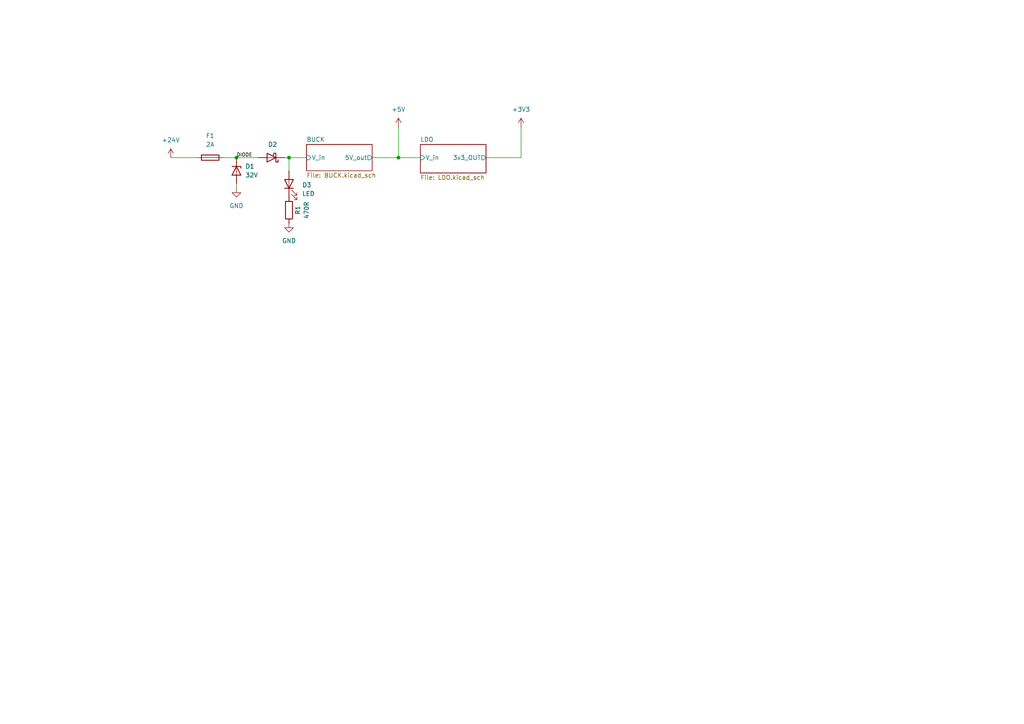
<source format=kicad_sch>
(kicad_sch (version 20211123) (generator eeschema)
  (paper "A4")
  (lib_symbols
    (symbol "Device:D_Schottky" (pin_numbers hide) (pin_names (offset 1.016) hide)
      (property "Reference" "D" (at 0 2.54 0))
      (property "Value" "D_Schottky" (at 0 -2.54 0))
      (symbol "D_Schottky_0_1"
        (polyline (pts (xy 1.27 0) (xy -1.27 0)))
        (polyline (pts (xy 1.27 1.27) (xy 1.27 -1.27) (xy -1.27 0) (xy 1.27 1.27)) (stroke (width 0.254)))
        (polyline (pts (xy -1.905 0.635) (xy -1.905 1.27) (xy -1.27 1.27) (xy -1.27 -1.27) (xy -0.635 -1.27) (xy -0.635 -0.635)) (stroke (width 0.254)))
      )
      (symbol "D_Schottky_1_1"
        (pin passive line (at -3.81 0 0) (length 2.54) (name "K") (number "1"))
        (pin passive line (at 3.81 0 180) (length 2.54) (name "A") (number "2"))
      )
    )
    (symbol "Device:D_Zener" (pin_numbers hide) (pin_names (offset 1.016) hide)
      (property "Reference" "D" (at 0 2.54 0))
      (property "Value" "D_Zener" (at 0 -2.54 0))
      (symbol "D_Zener_0_1"
        (polyline (pts (xy 1.27 0) (xy -1.27 0)))
        (polyline (pts (xy -1.27 -1.27) (xy -1.27 1.27) (xy -0.762 1.27)) (stroke (width 0.254)))
        (polyline (pts (xy 1.27 -1.27) (xy 1.27 1.27) (xy -1.27 0) (xy 1.27 -1.27)) (stroke (width 0.254)))
      )
      (symbol "D_Zener_1_1"
        (pin passive line (at -3.81 0 0) (length 2.54) (name "K") (number "1"))
        (pin passive line (at 3.81 0 180) (length 2.54) (name "A") (number "2"))
      )
    )
    (symbol "Device:Fuse" (pin_numbers hide) (pin_names (offset 0))
      (property "Reference" "F" (at 2.032 0 90))
      (property "Value" "Fuse" (at -1.905 0 90))
      (symbol "Fuse_0_1"
        (rectangle (start -0.762 -2.54) (end 0.762 2.54) (stroke (width 0.254)))
        (polyline (pts (xy 0 2.54) (xy 0 -2.54)))
      )
      (symbol "Fuse_1_1"
        (pin passive line (at 0 3.81 270) (length 1.27) (name "~") (number "1"))
        (pin passive line (at 0 -3.81 90) (length 1.27) (name "~") (number "2"))
      )
    )
    (symbol "Device:LED" (pin_numbers hide) (pin_names (offset 1.016) hide)
      (property "Reference" "D" (at 0 2.54 0))
      (property "Value" "LED" (at 0 -2.54 0))
      (symbol "LED_0_1"
        (polyline (pts (xy -1.27 -1.27) (xy -1.27 1.27)) (stroke (width 0.254)))
        (polyline (pts (xy -1.27 0) (xy 1.27 0)))
        (polyline (pts (xy 1.27 -1.27) (xy 1.27 1.27) (xy -1.27 0) (xy 1.27 -1.27)) (stroke (width 0.254)))
        (polyline (pts (xy -3.048 -0.762) (xy -4.572 -2.286) (xy -3.81 -2.286) (xy -4.572 -2.286) (xy -4.572 -1.524)))
        (polyline (pts (xy -1.778 -0.762) (xy -3.302 -2.286) (xy -2.54 -2.286) (xy -3.302 -2.286) (xy -3.302 -1.524)))
      )
      (symbol "LED_1_1"
        (pin passive line (at -3.81 0 0) (length 2.54) (name "K") (number "1"))
        (pin passive line (at 3.81 0 180) (length 2.54) (name "A") (number "2"))
      )
    )
    (symbol "Device:R" (pin_numbers hide) (pin_names (offset 0))
      (property "Reference" "R" (at 2.032 0 90))
      (property "Value" "R" (at 0 0 90))
      (symbol "R_0_1"
        (rectangle (start -1.016 -2.54) (end 1.016 2.54) (stroke (width 0.254)))
      )
      (symbol "R_1_1"
        (pin passive line (at 0 3.81 270) (length 1.27) (name "~") (number "1"))
        (pin passive line (at 0 -3.81 90) (length 1.27) (name "~") (number "2"))
      )
    )
    (symbol "power:+24V" (power) (pin_names (offset 0))
      (property "Value" "+24V" (at 0 3.556 0))
      (symbol "+24V_0_1"
        (polyline (pts (xy -0.762 1.27) (xy 0 2.54)))
        (polyline (pts (xy 0 0) (xy 0 2.54)))
        (polyline (pts (xy 0 2.54) (xy 0.762 1.27)))
      )
      (symbol "+24V_1_1"
        (pin power_in line (at 0 0 90) (length 0) hide (name "+24V") (number "1"))
      )
    )
    (symbol "power:+3V3" (power) (pin_names (offset 0))
      (property "Value" "+3V3" (at 0 3.556 0))
      (symbol "+3V3_0_1"
        (polyline (pts (xy -0.762 1.27) (xy 0 2.54)))
        (polyline (pts (xy 0 0) (xy 0 2.54)))
        (polyline (pts (xy 0 2.54) (xy 0.762 1.27)))
      )
      (symbol "+3V3_1_1"
        (pin power_in line (at 0 0 90) (length 0) hide (name "+3V3") (number "1"))
      )
    )
    (symbol "power:+5V" (power) (pin_names (offset 0))
      (property "Value" "+5V" (at 0 3.556 0))
      (symbol "+5V_0_1"
        (polyline (pts (xy -0.762 1.27) (xy 0 2.54)))
        (polyline (pts (xy 0 0) (xy 0 2.54)))
        (polyline (pts (xy 0 2.54) (xy 0.762 1.27)))
      )
      (symbol "+5V_1_1"
        (pin power_in line (at 0 0 90) (length 0) hide (name "+5V") (number "1"))
      )
    )
    (symbol "power:GND" (power) (pin_names (offset 0))
      (property "Value" "GND" (at 0 -3.81 0))
      (symbol "GND_0_1"
        (polyline (pts (xy 0 0) (xy 0 -1.27) (xy 1.27 -1.27) (xy 0 -2.54) (xy -1.27 -1.27) (xy 0 -1.27)))
      )
      (symbol "GND_1_1"
        (pin power_in line (at 0 0 270) (length 0) hide (name "GND") (number "1"))
      )
    )
  )
  (junction (at 115.57 45.72))
  (junction (at 83.82 45.72))
  (junction (at 68.58 45.72))
  (wire (pts (xy 82.55 45.72) (xy 83.82 45.72)))
  (wire (pts (xy 49.53 45.72) (xy 57.15 45.72)))
  (wire (pts (xy 107.95 45.72) (xy 115.57 45.72)))
  (wire (pts (xy 115.57 36.83) (xy 115.57 45.72)))
  (wire (pts (xy 115.57 45.72) (xy 121.92 45.72)))
  (wire (pts (xy 151.13 36.83) (xy 151.13 45.72)))
  (wire (pts (xy 68.58 45.72) (xy 74.93 45.72)))
  (wire (pts (xy 83.82 49.53) (xy 83.82 45.72)))
  (wire (pts (xy 151.13 45.72) (xy 140.97 45.72)))
  (wire (pts (xy 64.77 45.72) (xy 68.58 45.72)))
  (wire (pts (xy 83.82 45.72) (xy 88.9 45.72)))
  (wire (pts (xy 68.58 54.61) (xy 68.58 53.34)))
  (label "DIODE" (at 68.58 45.72 0) (effects (font (size 1 1))))
  (symbol (lib_id "Device:D_Schottky") (at 78.74 45.72 180) (unit 1)
    (property "Reference" "D2" (at 79.0575 41.91 0))
    (property "Value" "0.7dV" (effects hide))
    (property "Footprint" "Diode_SMD:D_SMA" (effects hide))
    (property "Datasheet" "C14996" (effects hide))
  )
  (symbol (lib_id "power:+3V3") (at 151.13 36.83 0) (unit 1)
    (property "Reference" "#PWR0101" (effects hide))
    (property "Value" "+3V3" (at 151.13 31.75 0))
  )
  (symbol (lib_id "power:+5V") (at 115.57 36.83 0) (unit 1)
    (property "Reference" "#PWR0102" (effects hide))
    (property "Value" "+5V" (at 115.57 31.75 0))
  )
  (symbol (lib_id "power:GND") (at 68.58 54.61 0) (unit 1)
    (property "Reference" "#PWR0103" (effects hide))
    (property "Value" "GND" (at 68.58 59.69 0))
  )
  (symbol (lib_id "power:+24V") (at 49.53 45.72 0) (unit 1)
    (property "Reference" "#PWR0107" (effects hide))
    (property "Value" "+24V" (at 49.53 40.64 0))
  )
  (symbol (lib_id "Device:D_Zener") (at 68.58 49.53 270) (unit 1)
    (property "Reference" "D1" (at 71.12 48.2599 90) (effects (justify left)))
    (property "Value" "32V" (at 71.12 50.7999 90) (effects (justify left)))
    (property "Footprint" "Diode_SMD:D_SOD-323" (effects hide))
    (property "Datasheet" "C382868" (effects hide))
  )
  (symbol (lib_id "Device:Fuse") (at 60.96 45.72 270) (unit 1)
    (property "Reference" "F1" (at 60.96 39.37 90))
    (property "Value" "2A" (at 60.96 41.91 90))
    (property "Footprint" "Fuse:Fuse_1206_3216Metric_Pad1.42x1.75mm_HandSolder" (effects hide))
    (property "Datasheet" "C182445" (effects hide))
  )
  (symbol (lib_id "Device:LED") (at 83.82 53.34 90) (unit 1)
    (property "Reference" "D3" (at 87.63 53.6574 90) (effects (justify right)))
    (property "Value" "LED" (at 87.63 56.1974 90) (effects (justify right)))
    (property "Footprint" "LED_SMD:LED_0603_1608Metric_Pad1.05x0.95mm_HandSolder" (effects hide))
    (property "Datasheet" "C138546" (effects hide))
  )
  (symbol (lib_id "Device:R") (at 83.82 60.96 180) (unit 1)
    (property "Reference" "R1" (at 86.36 60.96 90))
    (property "Value" "470R" (at 88.9 60.96 90))
    (property "Footprint" "Resistor_SMD:R_0603_1608Metric_Pad0.98x0.95mm_HandSolder" (effects hide))
  )
  (symbol (lib_id "power:GND") (at 83.82 64.77 0) (unit 1)
    (property "Reference" "#PWR0108" (effects hide))
    (property "Value" "GND" (at 83.82 69.85 0))
  )
  (sheet (at 88.9 41.91) (size 19.05 7.62) (stroke (width 0.1524))
    (property "Sheet name" "BUCK" (at 88.9 41.1984 0) (effects (justify left bottom)))
    (property "Sheet file" "BUCK.kicad_sch" (at 88.9 50.1146 0) (effects (justify left top)))
    (pin "V_in" input (at 88.9 45.72 180))
    (pin "5V_out" output (at 107.95 45.72 0))
  )
  (sheet (at 121.92 41.91) (size 19.05 8.255) (stroke (width 0.1524))
    (property "Sheet name" "LDO" (at 121.92 41.1984 0) (effects (justify left bottom)))
    (property "Sheet file" "LDO.kicad_sch" (at 121.92 50.7496 0) (effects (justify left top)))
    (pin "V_in" input (at 121.92 45.72 180))
    (pin "3v3_OUT" output (at 140.97 45.72 0))
  )
)
</source>
